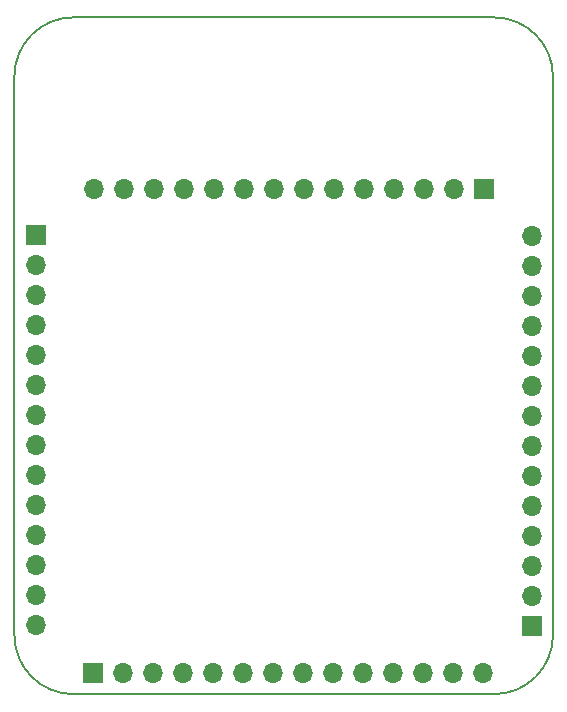
<source format=gbr>
G04 #@! TF.GenerationSoftware,KiCad,Pcbnew,5.1.4-e60b266~84~ubuntu19.04.1*
G04 #@! TF.CreationDate,2019-08-10T13:04:58+03:00*
G04 #@! TF.ProjectId,BRK-QFP-56-10x10-P0.65,42524b2d-5146-4502-9d35-362d31307831,v1.0*
G04 #@! TF.SameCoordinates,Original*
G04 #@! TF.FileFunction,Soldermask,Bot*
G04 #@! TF.FilePolarity,Negative*
%FSLAX46Y46*%
G04 Gerber Fmt 4.6, Leading zero omitted, Abs format (unit mm)*
G04 Created by KiCad (PCBNEW 5.1.4-e60b266~84~ubuntu19.04.1) date 2019-08-10 13:04:58*
%MOMM*%
%LPD*%
G04 APERTURE LIST*
%ADD10C,0.150000*%
%ADD11R,1.700000X1.700000*%
%ADD12O,1.700000X1.700000*%
G04 APERTURE END LIST*
D10*
X76400000Y-27600000D02*
G75*
G02X81400000Y-32600000I0J-5000000D01*
G01*
X35800000Y-32600000D02*
G75*
G02X40800000Y-27600000I5000000J0D01*
G01*
X81400000Y-79900000D02*
G75*
G02X76400000Y-84900000I-5000000J0D01*
G01*
X40800000Y-84900000D02*
G75*
G02X35800000Y-79900000I0J5000000D01*
G01*
X76400000Y-84900000D02*
X40800000Y-84900000D01*
X81400000Y-32600000D02*
X81400000Y-79900000D01*
X40800000Y-27600000D02*
X76400000Y-27600000D01*
X35800000Y-79900000D02*
X35800000Y-32600000D01*
D11*
X75540000Y-42100000D03*
D12*
X73000000Y-42100000D03*
X70460000Y-42100000D03*
X67920000Y-42100000D03*
X65380000Y-42100000D03*
X62840000Y-42100000D03*
X60300000Y-42100000D03*
X57760000Y-42100000D03*
X55220000Y-42100000D03*
X52680000Y-42100000D03*
X50140000Y-42100000D03*
X47600000Y-42100000D03*
X45060000Y-42100000D03*
X42520000Y-42100000D03*
D11*
X79600000Y-79100000D03*
D12*
X79600000Y-76560000D03*
X79600000Y-74020000D03*
X79600000Y-71480000D03*
X79600000Y-68940000D03*
X79600000Y-66400000D03*
X79600000Y-63860000D03*
X79600000Y-61320000D03*
X79600000Y-58780000D03*
X79600000Y-56240000D03*
X79600000Y-53700000D03*
X79600000Y-51160000D03*
X79600000Y-48620000D03*
X79600000Y-46080000D03*
X75480000Y-83100000D03*
X72940000Y-83100000D03*
X70400000Y-83100000D03*
X67860000Y-83100000D03*
X65320000Y-83100000D03*
X62780000Y-83100000D03*
X60240000Y-83100000D03*
X57700000Y-83100000D03*
X55160000Y-83100000D03*
X52620000Y-83100000D03*
X50080000Y-83100000D03*
X47540000Y-83100000D03*
X45000000Y-83100000D03*
D11*
X42460000Y-83100000D03*
D12*
X37600000Y-79020000D03*
X37600000Y-76480000D03*
X37600000Y-73940000D03*
X37600000Y-71400000D03*
X37600000Y-68860000D03*
X37600000Y-66320000D03*
X37600000Y-63780000D03*
X37600000Y-61240000D03*
X37600000Y-58700000D03*
X37600000Y-56160000D03*
X37600000Y-53620000D03*
X37600000Y-51080000D03*
X37600000Y-48540000D03*
D11*
X37600000Y-46000000D03*
M02*

</source>
